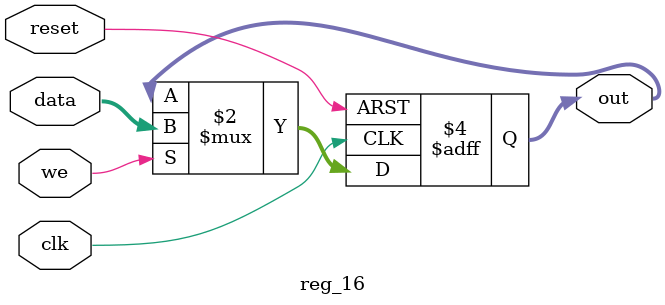
<source format=v>
module reg_16(data, clk, reset, we, out);
	input [15:0] data;
	input clk;
	input reset;
	input we;
	output reg [15:0] out;
	
	always @(posedge clk, posedge reset)
		if(reset) out <= 16'd0;
		else if(we) out <= data;
endmodule

</source>
